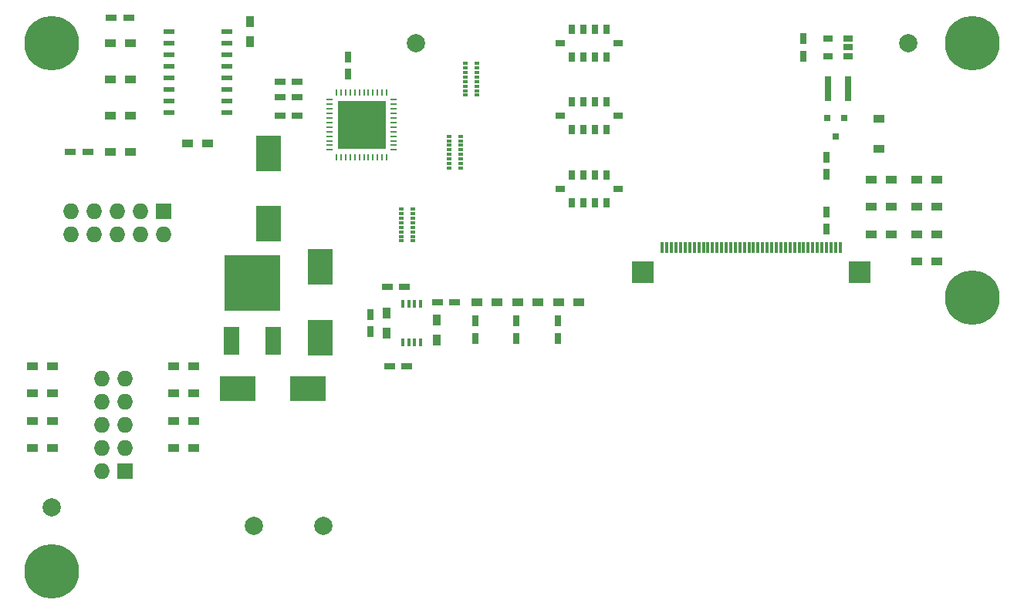
<source format=gbr>
G04 #@! TF.FileFunction,Soldermask,Top*
%FSLAX46Y46*%
G04 Gerber Fmt 4.6, Leading zero omitted, Abs format (unit mm)*
G04 Created by KiCad (PCBNEW 4.0.5+dfsg1-4) date Wed Jan 10 10:44:42 2018*
%MOMM*%
%LPD*%
G01*
G04 APERTURE LIST*
%ADD10C,0.100000*%
%ADD11R,2.700020X4.000500*%
%ADD12O,0.750000X0.250000*%
%ADD13O,0.250000X0.750000*%
%ADD14R,5.300000X5.300000*%
%ADD15R,0.600000X0.350000*%
%ADD16R,0.300000X1.200000*%
%ADD17R,2.400000X2.400000*%
%ADD18C,2.000000*%
%ADD19R,0.700000X1.000000*%
%ADD20R,1.000000X0.800000*%
%ADD21R,0.800100X0.800100*%
%ADD22R,0.800000X2.700000*%
%ADD23C,6.000000*%
%ADD24R,1.220000X0.910000*%
%ADD25R,1.200000X0.750000*%
%ADD26R,0.750000X1.200000*%
%ADD27R,4.000500X2.700020*%
%ADD28R,1.200000X0.900000*%
%ADD29R,0.900000X1.200000*%
%ADD30R,1.143000X0.508000*%
%ADD31R,1.651000X3.048000*%
%ADD32R,6.096000X6.096000*%
%ADD33R,0.420000X0.890000*%
%ADD34R,1.060000X0.650000*%
%ADD35R,1.727200X1.727200*%
%ADD36O,1.727200X1.727200*%
G04 APERTURE END LIST*
D10*
D11*
X101750000Y-80888740D03*
X101750000Y-73111260D03*
D12*
X115525000Y-69750000D03*
X115525000Y-70250000D03*
X115525000Y-70750000D03*
X115525000Y-71250000D03*
X115525000Y-71750000D03*
X115525000Y-72250000D03*
X115525000Y-72750000D03*
X115525000Y-69250000D03*
X115525000Y-68750000D03*
X115525000Y-68250000D03*
X115525000Y-67750000D03*
X108475000Y-67250000D03*
X108475000Y-67750000D03*
X108475000Y-68250000D03*
X108475000Y-68750000D03*
X108475000Y-69250000D03*
X108475000Y-69750000D03*
X108475000Y-70250000D03*
X108475000Y-70750000D03*
X108475000Y-71250000D03*
X108475000Y-71750000D03*
X108475000Y-72250000D03*
X108475000Y-72750000D03*
D13*
X112250000Y-66475000D03*
X112750000Y-66475000D03*
X113250000Y-66475000D03*
X113750000Y-66475000D03*
X114250000Y-66475000D03*
X114750000Y-66475000D03*
X111750000Y-66475000D03*
X111250000Y-66475000D03*
X110750000Y-66475000D03*
X110250000Y-66475000D03*
X109750000Y-66475000D03*
X109250000Y-66475000D03*
X114750000Y-73525000D03*
X114250000Y-73525000D03*
X113725000Y-73525000D03*
X113250000Y-73525000D03*
X112750000Y-73525000D03*
X112250000Y-73525000D03*
X111750000Y-73525000D03*
X111250000Y-73525000D03*
X110750000Y-73525000D03*
X110250000Y-73525000D03*
X109750000Y-73525000D03*
X109250000Y-73525000D03*
D12*
X115525000Y-67250000D03*
D14*
X112000000Y-70000000D03*
D15*
X116350000Y-79250000D03*
X116350000Y-79750000D03*
X116350000Y-80250000D03*
X116350000Y-80750000D03*
X116350000Y-81250000D03*
X116350000Y-81750000D03*
X116350000Y-82250000D03*
X116350000Y-82750000D03*
X117650000Y-82750000D03*
X117650000Y-82250000D03*
X117650000Y-81750000D03*
X117650000Y-81250000D03*
X117650000Y-80750000D03*
X117650000Y-80250000D03*
X117650000Y-79750000D03*
X117650000Y-79250000D03*
X121600000Y-71250000D03*
X121600000Y-71750000D03*
X121600000Y-72250000D03*
X121600000Y-72750000D03*
X121600000Y-73250000D03*
X121600000Y-73750000D03*
X121600000Y-74250000D03*
X121600000Y-74750000D03*
X122900000Y-74750000D03*
X122900000Y-74250000D03*
X122900000Y-73750000D03*
X122900000Y-73250000D03*
X122900000Y-72750000D03*
X122900000Y-72250000D03*
X122900000Y-71750000D03*
X122900000Y-71250000D03*
X123350000Y-63250000D03*
X123350000Y-63750000D03*
X123350000Y-64250000D03*
X123350000Y-64750000D03*
X123350000Y-65250000D03*
X123350000Y-65750000D03*
X123350000Y-66250000D03*
X123350000Y-66750000D03*
X124650000Y-66750000D03*
X124650000Y-66250000D03*
X124650000Y-65750000D03*
X124650000Y-65250000D03*
X124650000Y-64750000D03*
X124650000Y-64250000D03*
X124650000Y-63750000D03*
X124650000Y-63250000D03*
D16*
X164500000Y-83500000D03*
X164000000Y-83500000D03*
X163500000Y-83500000D03*
X163000000Y-83500000D03*
X162500000Y-83500000D03*
X162000000Y-83500000D03*
X161500000Y-83500000D03*
X161000000Y-83500000D03*
X160500000Y-83500000D03*
X160000000Y-83500000D03*
X159500000Y-83500000D03*
X159000000Y-83500000D03*
X158500000Y-83500000D03*
X158000000Y-83500000D03*
X157500000Y-83500000D03*
X157000000Y-83500000D03*
X156500000Y-83500000D03*
X156000000Y-83500000D03*
X155500000Y-83500000D03*
X155000000Y-83500000D03*
X154500000Y-83500000D03*
X154000000Y-83500000D03*
X153500000Y-83500000D03*
X153000000Y-83500000D03*
X152500000Y-83500000D03*
X152000000Y-83500000D03*
X151500000Y-83500000D03*
X151000000Y-83500000D03*
X150500000Y-83500000D03*
X150000000Y-83500000D03*
X149500000Y-83500000D03*
X149000000Y-83500000D03*
X148500000Y-83500000D03*
X148000000Y-83500000D03*
X147500000Y-83500000D03*
X147000000Y-83500000D03*
X146500000Y-83500000D03*
X146000000Y-83500000D03*
X145500000Y-83500000D03*
X145000000Y-83500000D03*
D17*
X166650000Y-86200000D03*
X142850000Y-86200000D03*
D18*
X100200000Y-114000000D03*
X107800000Y-114000000D03*
D19*
X135095000Y-59476000D03*
X136365000Y-59476000D03*
X137635000Y-59476000D03*
X138905000Y-59476000D03*
X135095000Y-62524000D03*
X136365000Y-62524000D03*
X137635000Y-62524000D03*
X138905000Y-62524000D03*
D20*
X133825000Y-61000000D03*
X140175000Y-61000000D03*
D19*
X135095000Y-67476000D03*
X136365000Y-67476000D03*
X137635000Y-67476000D03*
X138905000Y-67476000D03*
X135095000Y-70524000D03*
X136365000Y-70524000D03*
X137635000Y-70524000D03*
X138905000Y-70524000D03*
D20*
X133825000Y-69000000D03*
X140175000Y-69000000D03*
D19*
X135095000Y-75476000D03*
X136365000Y-75476000D03*
X137635000Y-75476000D03*
X138905000Y-75476000D03*
X135095000Y-78524000D03*
X136365000Y-78524000D03*
X137635000Y-78524000D03*
X138905000Y-78524000D03*
D20*
X133825000Y-77000000D03*
X140175000Y-77000000D03*
D21*
X164950000Y-69249240D03*
X163050000Y-69249240D03*
X164000000Y-71248220D03*
D22*
X163150000Y-66000000D03*
X165350000Y-66000000D03*
D23*
X179000000Y-61000000D03*
X179000000Y-89000000D03*
X78000000Y-61000000D03*
X78000000Y-119000000D03*
D24*
X168750000Y-72635000D03*
X168750000Y-69365000D03*
D25*
X81950000Y-73000000D03*
X80050000Y-73000000D03*
X104950000Y-67000000D03*
X103050000Y-67000000D03*
D26*
X110500000Y-64450000D03*
X110500000Y-62550000D03*
D27*
X98361260Y-99000000D03*
X106138740Y-99000000D03*
D25*
X104950000Y-69000000D03*
X103050000Y-69000000D03*
D26*
X129000000Y-91550000D03*
X129000000Y-93450000D03*
D25*
X104950000Y-65250000D03*
X103050000Y-65250000D03*
D26*
X124500000Y-91550000D03*
X124500000Y-93450000D03*
D25*
X120300000Y-89500000D03*
X122200000Y-89500000D03*
X116700000Y-87750000D03*
X114800000Y-87750000D03*
D26*
X160500000Y-62450000D03*
X160500000Y-60550000D03*
X113000000Y-92700000D03*
X113000000Y-90800000D03*
D25*
X115050000Y-96500000D03*
X116950000Y-96500000D03*
D26*
X163000000Y-73550000D03*
X163000000Y-75450000D03*
D28*
X91400000Y-105500000D03*
X93600000Y-105500000D03*
X91400000Y-102500000D03*
X93600000Y-102500000D03*
X91400000Y-99500000D03*
X93600000Y-99500000D03*
X91400000Y-96500000D03*
X93600000Y-96500000D03*
X78100000Y-96500000D03*
X75900000Y-96500000D03*
X78100000Y-99500000D03*
X75900000Y-99500000D03*
X78100000Y-102500000D03*
X75900000Y-102500000D03*
X78100000Y-105500000D03*
X75900000Y-105500000D03*
X86600000Y-61000000D03*
X84400000Y-61000000D03*
X86600000Y-65000000D03*
X84400000Y-65000000D03*
X86600000Y-73000000D03*
X84400000Y-73000000D03*
X86600000Y-69000000D03*
X84400000Y-69000000D03*
X95100000Y-72000000D03*
X92900000Y-72000000D03*
D29*
X99750000Y-60850000D03*
X99750000Y-58650000D03*
D28*
X133650000Y-89500000D03*
X135850000Y-89500000D03*
X129150000Y-89500000D03*
X131350000Y-89500000D03*
X124650000Y-89500000D03*
X126850000Y-89500000D03*
D29*
X120250000Y-93600000D03*
X120250000Y-91400000D03*
X114750000Y-92850000D03*
X114750000Y-90650000D03*
D28*
X170100000Y-76000000D03*
X167900000Y-76000000D03*
X167900000Y-79000000D03*
X170100000Y-79000000D03*
X167900000Y-82000000D03*
X170100000Y-82000000D03*
X172900000Y-76000000D03*
X175100000Y-76000000D03*
X172900000Y-79000000D03*
X175100000Y-79000000D03*
X172900000Y-82000000D03*
X175100000Y-82000000D03*
D30*
X97175000Y-59805000D03*
X97175000Y-62345000D03*
X97175000Y-63615000D03*
X97175000Y-64885000D03*
X97175000Y-66155000D03*
X97175000Y-67425000D03*
X97175000Y-68695000D03*
X90825000Y-68695000D03*
X90825000Y-67425000D03*
X90825000Y-66155000D03*
X90825000Y-64885000D03*
X90825000Y-63615000D03*
X90825000Y-62345000D03*
X90825000Y-61075000D03*
X90825000Y-59805000D03*
X97175000Y-61075000D03*
D31*
X97714000Y-93750000D03*
D32*
X100000000Y-87400000D03*
D31*
X102286000Y-93750000D03*
D33*
X118475000Y-89645000D03*
X117825000Y-89645000D03*
X117175000Y-89645000D03*
X116525000Y-89645000D03*
X116525000Y-93855000D03*
X117175000Y-93855000D03*
X117825000Y-93855000D03*
X118475000Y-93855000D03*
D34*
X165350000Y-62450000D03*
X165350000Y-61500000D03*
X165350000Y-60550000D03*
X163150000Y-60550000D03*
X163150000Y-62450000D03*
D35*
X90250000Y-79500000D03*
D36*
X90250000Y-82040000D03*
X87710000Y-79500000D03*
X87710000Y-82040000D03*
X85170000Y-79500000D03*
X85170000Y-82040000D03*
X82630000Y-79500000D03*
X82630000Y-82040000D03*
X80090000Y-79500000D03*
X80090000Y-82040000D03*
D35*
X86000000Y-108000000D03*
D36*
X83460000Y-108000000D03*
X86000000Y-105460000D03*
X83460000Y-105460000D03*
X86000000Y-102920000D03*
X83460000Y-102920000D03*
X86000000Y-100380000D03*
X83460000Y-100380000D03*
X86000000Y-97840000D03*
X83460000Y-97840000D03*
D28*
X172900000Y-85000000D03*
X175100000Y-85000000D03*
D11*
X107500000Y-93388740D03*
X107500000Y-85611260D03*
D26*
X133500000Y-91550000D03*
X133500000Y-93450000D03*
X163000000Y-81450000D03*
X163000000Y-79550000D03*
D25*
X86450000Y-58250000D03*
X84550000Y-58250000D03*
D18*
X172000000Y-61000000D03*
X118000000Y-61000000D03*
X78000000Y-112000000D03*
M02*

</source>
